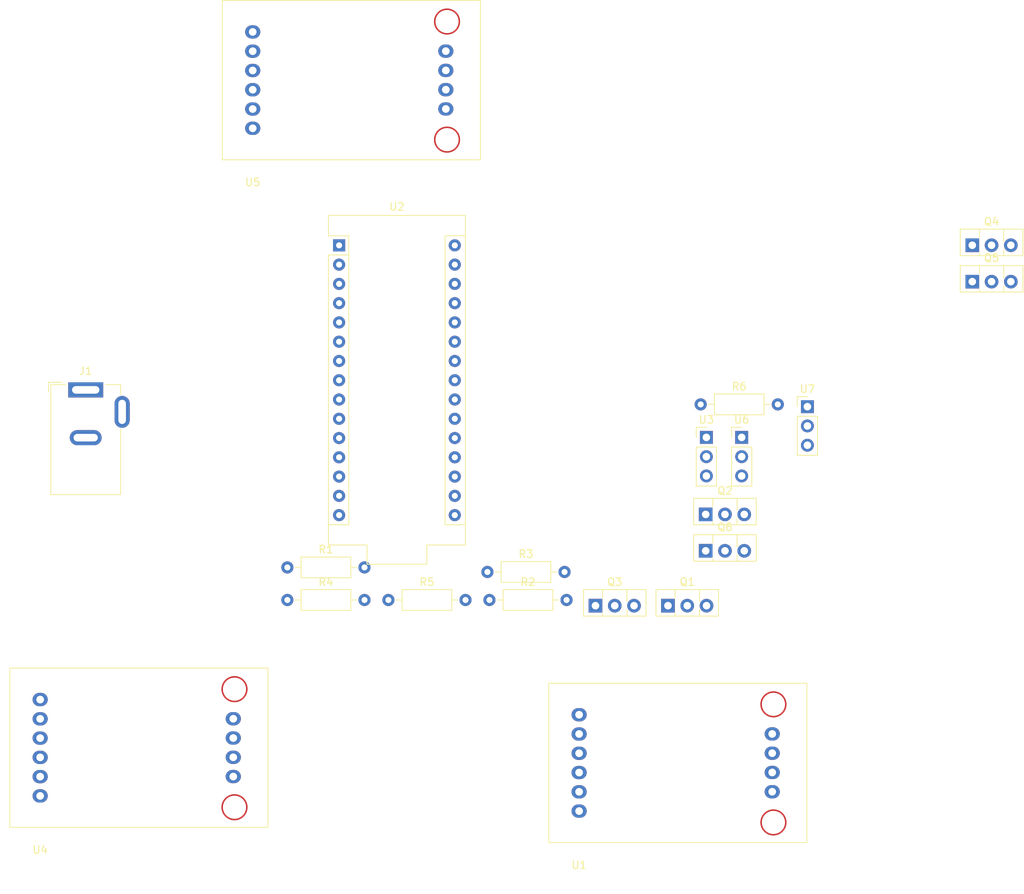
<source format=kicad_pcb>
(kicad_pcb (version 20211014) (generator pcbnew)
  (title_block (date "jeu. 02 avril 2015"))
  (layers (0 "F.Cu" signal) (31 "B.Cu" signal) (34 "B.Paste" user) (35 "F.Paste" user) (36 "B.SilkS" user "B.Silkscreen") (37 "F.SilkS" user "F.Silkscreen") (38 "B.Mask" user) (39 "F.Mask" user) (44 "Edge.Cuts" user))
  (net 0 "")
  (net 29 "Net-(R1-Pad1)")
  (net 30 "Net-(R1-Pad2)")
  (net 31 "Net-(R2-Pad1)")
  (net 52 "Net-(U2-Pad5)")
  (net 53 "Net-(U5-Pad)_1")
  (net 54 "Net-(U1-Pad)_3")
  (net 55 "Net-(R3-Pad1)")
  (net 56 "Net-(R3-Pad2)")
  (net 57 "Net-(R4-Pad1)")
  (net 58 "Net-(R5-Pad1)")
  (net 59 "Net-(R5-Pad2)")
  (net 60 "Net-(R6-Pad1)")
  (net 61 "Net-(U2-Pad6)")
  (net 62 "Net-(U2-Pad9)")
  (net 63 "Net-(U2-Pad16)")
  (net 66 "Net-(U1-Pad)_4")
  (net 67 "Net-(U1-Pad)_5")
  (footprint "ATWCane-sensor-stuff:HX711board" (layer "F.Cu") (at 101 40.14)
    (fp_text reference "U5" (at 0 -0.5 unlocked) (layer "F.SilkS"))
    (fp_text value "HX711-board")
    (fp_circle (center 25.6 -6.125) (end 27.225 -6.125) (layer "F.Cu") (width 0.2) (fill none))
    (fp_circle (center 25.6 -21.69) (end 27.225 -21.69) (layer "F.Cu") (width 0.2) (fill none))
    (fp_rect (start -4 -24.47) (end 30 -3.47) (layer "F.SilkS") (width 0.12) (fill none))
    (pad "1" thru_hole oval (at 0 -20.32) (size 2 1.75) (drill 1.016) (layers *.Cu *.Mask))
    (pad "2" thru_hole oval (at 0 -17.78) (size 2 1.75) (drill 1.016) (layers *.Cu *.Mask))
    (pad "3" thru_hole oval (at 0 -15.24) (size 2 1.75) (drill 1.016) (layers *.Cu *.Mask))
    (pad "4" thru_hole oval (at 0 -12.7) (size 2 1.75) (drill 1.016) (layers *.Cu *.Mask))
    (pad "5" thru_hole oval (at 0 -10.16) (size 2 1.75) (drill 1.016) (layers *.Cu *.Mask))
    (pad "6" thru_hole oval (at 0 -7.62) (size 2 1.75) (drill 1.016) (layers *.Cu *.Mask))
    (pad "7" thru_hole oval (at 25.44 -17.79 90) (size 1.75 2) (drill 1.016) (layers *.Cu *.Mask))
    (pad "8" thru_hole oval (at 25.44 -15.25 90) (size 1.75 2) (drill 1.016) (layers *.Cu *.Mask))
    (pad "9" thru_hole oval (at 25.44 -12.71 90) (size 1.75 2) (drill 1.016) (layers *.Cu *.Mask))
    (pad "10" thru_hole oval (at 25.44 -10.17) (size 2 1.75) (drill 1.016) (layers *.Cu *.Mask))
  )
  (footprint "Package_TO_SOT_THT:TO-126-3_Vertical" (layer "F.Cu") (at 195.795 47.935)
    (fp_text reference "Q4" (at 2.54 -3.12) (layer "F.SilkS"))
    (fp_text value "BD140")
    (fp_line (start 6.66 -2.12) (end 6.66 1.37) (layer "F.SilkS") (width 0.12))
    (fp_line (start 0.94 -2.12) (end 0.94 -1.05) (layer "F.SilkS") (width 0.12))
    (fp_line (start 0.94 1.05) (end 0.94 1.37) (layer "F.SilkS") (width 0.12))
    (fp_line (start -1.58 1.37) (end 6.66 1.37) (layer "F.SilkS") (width 0.12))
    (fp_line (start 4.141 -2.12) (end 4.141 -0.54) (layer "F.SilkS") (width 0.12))
    (fp_line (start -1.58 -2.12) (end 6.66 -2.12) (layer "F.SilkS") (width 0.12))
    (fp_line (start -1.58 -2.12) (end -1.58 1.37) (layer "F.SilkS") (width 0.12))
    (fp_line (start 4.141 0.54) (end 4.141 1.37) (layer "F.SilkS") (width 0.12))
    (pad "1" thru_hole rect locked (at 0 0) (size 1.8 1.8) (drill 1) (layers *.Cu *.Mask))
    (pad "2" thru_hole oval locked (at 2.54 0) (size 1.8 1.8) (drill 1) (layers *.Cu *.Mask))
    (pad "3" thru_hole oval locked (at 5.08 0) (size 1.8 1.8) (drill 1) (layers *.Cu *.Mask))
  )
  (footprint "Connector_PinHeader_2.54mm:PinHeader_1x03_P2.54mm_Vertical" (layer "F.Cu") (at 174.075 69.215)
    (fp_text reference "U7" (at 0 -2.33) (layer "F.SilkS"))
    (fp_text value "Weight_Sens")
    (fp_line (start -1.33 1.27) (end 1.33 1.27) (layer "F.SilkS") (width 0.12))
    (fp_line (start -1.33 0) (end -1.33 -1.33) (layer "F.SilkS") (width 0.12))
    (fp_line (start -1.33 1.27) (end -1.33 6.41) (layer "F.SilkS") (width 0.12))
    (fp_line (start 1.33 1.27) (end 1.33 6.41) (layer "F.SilkS") (width 0.12))
    (fp_line (start -1.33 6.41) (end 1.33 6.41) (layer "F.SilkS") (width 0.12))
    (fp_line (start -1.33 -1.33) (end 0 -1.33) (layer "F.SilkS") (width 0.12))
    (pad "1" thru_hole rect locked (at 0 0) (size 1.7 1.7) (drill 1) (layers *.Cu *.Mask) (net 53 "Net-(U5-Pad)_1"))
    (pad "2" thru_hole oval locked (at 0 2.54) (size 1.7 1.7) (drill 1) (layers *.Cu *.Mask) (net 58 "Net-(R5-Pad1)"))
    (pad "3" thru_hole oval locked (at 0 5.08) (size 1.7 1.7) (drill 1) (layers *.Cu *.Mask) (net 60 "Net-(R6-Pad1)"))
  )
  (footprint "Resistor_THT:R_Axial_DIN0207_L6.3mm_D2.5mm_P10.16mm_Horizontal" (layer "F.Cu") (at 160.015 68.915)
    (fp_text reference "R6" (at 5.08 -2.37) (layer "F.SilkS"))
    (fp_text value "1kΩ")
    (fp_line (start 1.04 0) (end 1.81 0) (layer "F.SilkS") (width 0.12))
    (fp_line (start 8.35 1.37) (end 8.35 -1.37) (layer "F.SilkS") (width 0.12))
    (fp_line (start 1.81 -1.37) (end 1.81 1.37) (layer "F.SilkS") (width 0.12))
    (fp_line (start 8.35 -1.37) (end 1.81 -1.37) (layer "F.SilkS") (width 0.12))
    (fp_line (start 9.12 0) (end 8.35 0) (layer "F.SilkS") (width 0.12))
    (fp_line (start 1.81 1.37) (end 8.35 1.37) (layer "F.SilkS") (width 0.12))
    (pad "1" thru_hole circle locked (at 0 0) (size 1.6 1.6) (drill 0.8) (layers *.Cu *.Mask) (net 60 "Net-(R6-Pad1)"))
    (pad "2" thru_hole oval locked (at 10.16 0) (size 1.6 1.6) (drill 0.8) (layers *.Cu *.Mask) (net 59 "Net-(R5-Pad2)"))
  )
  (footprint "Package_TO_SOT_THT:TO-126-3_Vertical" (layer "F.Cu") (at 195.795 52.735)
    (fp_text reference "Q5" (at 2.54 -3.12) (layer "F.SilkS"))
    (fp_text value "BD140")
    (fp_line (start 0.94 1.05) (end 0.94 1.37) (layer "F.SilkS") (width 0.12))
    (fp_line (start -1.58 -2.12) (end 6.66 -2.12) (layer "F.SilkS") (width 0.12))
    (fp_line (start 0.94 -2.12) (end 0.94 -1.05) (layer "F.SilkS") (width 0.12))
    (fp_line (start -1.58 -2.12) (end -1.58 1.37) (layer "F.SilkS") (width 0.12))
    (fp_line (start 4.141 0.54) (end 4.141 1.37) (layer "F.SilkS") (width 0.12))
    (fp_line (start 6.66 -2.12) (end 6.66 1.37) (layer "F.SilkS") (width 0.12))
    (fp_line (start 4.141 -2.12) (end 4.141 -0.54) (layer "F.SilkS") (width 0.12))
    (fp_line (start -1.58 1.37) (end 6.66 1.37) (layer "F.SilkS") (width 0.12))
    (pad "1" thru_hole rect locked (at 0 0) (size 1.8 1.8) (drill 1) (layers *.Cu *.Mask))
    (pad "2" thru_hole oval locked (at 2.54 0) (size 1.8 1.8) (drill 1) (layers *.Cu *.Mask))
    (pad "3" thru_hole oval locked (at 5.08 0) (size 1.8 1.8) (drill 1) (layers *.Cu *.Mask))
  )
  (footprint "Package_TO_SOT_THT:TO-126-3_Vertical" (layer "F.Cu") (at 160.675 83.415)
    (fp_text reference "Q2" (at 2.54 -3.12) (layer "F.SilkS"))
    (fp_text value "BD140")
    (fp_line (start 6.66 -2.12) (end 6.66 1.37) (layer "F.SilkS") (width 0.12))
    (fp_line (start -1.58 -2.12) (end -1.58 1.37) (layer "F.SilkS") (width 0.12))
    (fp_line (start 0.94 1.05) (end 0.94 1.37) (layer "F.SilkS") (width 0.12))
    (fp_line (start -1.58 -2.12) (end 6.66 -2.12) (layer "F.SilkS") (width 0.12))
    (fp_line (start 4.141 -2.12) (end 4.141 -0.54) (layer "F.SilkS") (width 0.12))
    (fp_line (start -1.58 1.37) (end 6.66 1.37) (layer "F.SilkS") (width 0.12))
    (fp_line (start 0.94 -2.12) (end 0.94 -1.05) (layer "F.SilkS") (width 0.12))
    (fp_line (start 4.141 0.54) (end 4.141 1.37) (layer "F.SilkS") (width 0.12))
    (pad "1" thru_hole rect locked (at 0 0) (size 1.8 1.8) (drill 1) (layers *.Cu *.Mask))
    (pad "2" thru_hole oval locked (at 2.54 0) (size 1.8 1.8) (drill 1) (layers *.Cu *.Mask))
    (pad "3" thru_hole oval locked (at 5.08 0) (size 1.8 1.8) (drill 1) (layers *.Cu *.Mask))
  )
  (footprint "Package_TO_SOT_THT:TO-126-3_Vertical" (layer "F.Cu") (at 146.155 95.445)
    (fp_text reference "Q3" (at 2.54 -3.12) (layer "F.SilkS"))
    (fp_text value "BD140")
    (fp_line (start 4.141 -2.12) (end 4.141 -0.54) (layer "F.SilkS") (width 0.12))
    (fp_line (start -1.58 -2.12) (end -1.58 1.37) (layer "F.SilkS") (width 0.12))
    (fp_line (start -1.58 -2.12) (end 6.66 -2.12) (layer "F.SilkS") (width 0.12))
    (fp_line (start 0.94 1.05) (end 0.94 1.37) (layer "F.SilkS") (width 0.12))
    (fp_line (start 4.141 0.54) (end 4.141 1.37) (layer "F.SilkS") (width 0.12))
    (fp_line (start -1.58 1.37) (end 6.66 1.37) (layer "F.SilkS") (width 0.12))
    (fp_line (start 6.66 -2.12) (end 6.66 1.37) (layer "F.SilkS") (width 0.12))
    (fp_line (start 0.94 -2.12) (end 0.94 -1.05) (layer "F.SilkS") (width 0.12))
    (pad "1" thru_hole rect locked (at 0 0) (size 1.8 1.8) (drill 1) (layers *.Cu *.Mask))
    (pad "2" thru_hole oval locked (at 2.54 0) (size 1.8 1.8) (drill 1) (layers *.Cu *.Mask))
    (pad "3" thru_hole oval locked (at 5.08 0) (size 1.8 1.8) (drill 1) (layers *.Cu *.Mask))
  )
  (footprint "Resistor_THT:R_Axial_DIN0207_L6.3mm_D2.5mm_P10.16mm_Horizontal" (layer "F.Cu") (at 132.185 94.695)
    (fp_text reference "R2" (at 5.08 -2.37) (layer "F.SilkS"))
    (fp_text value "1kΩ")
    (fp_line (start 1.81 1.37) (end 8.35 1.37) (layer "F.SilkS") (width 0.12))
    (fp_line (start 1.81 -1.37) (end 1.81 1.37) (layer "F.SilkS") (width 0.12))
    (fp_line (start 8.35 1.37) (end 8.35 -1.37) (layer "F.SilkS") (width 0.12))
    (fp_line (start 9.12 0) (end 8.35 0) (layer "F.SilkS") (width 0.12))
    (fp_line (start 8.35 -1.37) (end 1.81 -1.37) (layer "F.SilkS") (width 0.12))
    (fp_line (start 1.04 0) (end 1.81 0) (layer "F.SilkS") (width 0.12))
    (pad "1" thru_hole circle locked (at 0 0) (size 1.6 1.6) (drill 0.8) (layers *.Cu *.Mask) (net 31 "Net-(R2-Pad1)"))
    (pad "2" thru_hole oval locked (at 10.16 0) (size 1.6 1.6) (drill 0.8) (layers *.Cu *.Mask) (net 30 "Net-(R1-Pad2)"))
  )
  (footprint "Resistor_THT:R_Axial_DIN0207_L6.3mm_D2.5mm_P10.16mm_Horizontal" (layer "F.Cu") (at 118.875 94.695)
    (fp_text reference "R5" (at 5.08 -2.37) (layer "F.SilkS"))
    (fp_text value "1kΩ")
    (fp_line (start 1.81 1.37) (end 8.35 1.37) (layer "F.SilkS") (width 0.12))
    (fp_line (start 1.81 -1.37) (end 1.81 1.37) (layer "F.SilkS") (width 0.12))
    (fp_line (start 9.12 0) (end 8.35 0) (layer "F.SilkS") (width 0.12))
    (fp_line (start 1.04 0) (end 1.81 0) (layer "F.SilkS") (width 0.12))
    (fp_line (start 8.35 -1.37) (end 1.81 -1.37) (layer "F.SilkS") (width 0.12))
    (fp_line (start 8.35 1.37) (end 8.35 -1.37) (layer "F.SilkS") (width 0.12))
    (pad "1" thru_hole circle locked (at 0 0) (size 1.6 1.6) (drill 0.8) (layers *.Cu *.Mask) (net 58 "Net-(R5-Pad1)"))
    (pad "2" thru_hole oval locked (at 10.16 0) (size 1.6 1.6) (drill 0.8) (layers *.Cu *.Mask) (net 59 "Net-(R5-Pad2)"))
  )
  (footprint "Package_TO_SOT_THT:TO-126-3_Vertical" (layer "F.Cu") (at 155.705 95.445)
    (fp_text reference "Q1" (at 2.54 -3.12) (layer "F.SilkS"))
    (fp_text value "BD140")
    (fp_line (start 0.94 -2.12) (end 0.94 -1.05) (layer "F.SilkS") (width 0.12))
    (fp_line (start 4.141 -2.12) (end 4.141 -0.54) (layer "F.SilkS") (width 0.12))
    (fp_line (start 0.94 1.05) (end 0.94 1.37) (layer "F.SilkS") (width 0.12))
    (fp_line (start 6.66 -2.12) (end 6.66 1.37) (layer "F.SilkS") (width 0.12))
    (fp_line (start 4.141 0.54) (end 4.141 1.37) (layer "F.SilkS") (width 0.12))
    (fp_line (start -1.58 -2.12) (end 6.66 -2.12) (layer "F.SilkS") (width 0.12))
    (fp_line (start -1.58 1.37) (end 6.66 1.37) (layer "F.SilkS") (width 0.12))
    (fp_line (start -1.58 -2.12) (end -1.58 1.37) (layer "F.SilkS") (width 0.12))
    (pad "1" thru_hole rect locked (at 0 0) (size 1.8 1.8) (drill 1) (layers *.Cu *.Mask))
    (pad "2" thru_hole oval locked (at 2.54 0) (size 1.8 1.8) (drill 1) (layers *.Cu *.Mask))
    (pad "3" thru_hole oval locked (at 5.08 0) (size 1.8 1.8) (drill 1) (layers *.Cu *.Mask))
  )
  (footprint "Resistor_THT:R_Axial_DIN0207_L6.3mm_D2.5mm_P10.16mm_Horizontal" (layer "F.Cu") (at 105.565 90.405)
    (fp_text reference "R1" (at 5.08 -2.37) (layer "F.SilkS"))
    (fp_text value "1kΩ")
    (fp_line (start 8.35 1.37) (end 8.35 -1.37) (layer "F.SilkS") (width 0.12))
    (fp_line (start 1.04 0) (end 1.81 0) (layer "F.SilkS") (width 0.12))
    (fp_line (start 1.81 1.37) (end 8.35 1.37) (layer "F.SilkS") (width 0.12))
    (fp_line (start 1.81 -1.37) (end 1.81 1.37) (layer "F.SilkS") (width 0.12))
    (fp_line (start 9.12 0) (end 8.35 0) (layer "F.SilkS") (width 0.12))
    (fp_line (start 8.35 -1.37) (end 1.81 -1.37) (layer "F.SilkS") (width 0.12))
    (pad "1" thru_hole circle locked (at 0 0) (size 1.6 1.6) (drill 0.8) (layers *.Cu *.Mask) (net 29 "Net-(R1-Pad1)"))
    (pad "2" thru_hole oval locked (at 10.16 0) (size 1.6 1.6) (drill 0.8) (layers *.Cu *.Mask) (net 30 "Net-(R1-Pad2)"))
  )
  (footprint "Connector_PinHeader_2.54mm:PinHeader_1x03_P2.54mm_Vertical" (layer "F.Cu") (at 160.765 73.265)
    (fp_text reference "U3" (at 0 -2.33) (layer "F.SilkS"))
    (fp_text value "Weight_Sens")
    (fp_line (start -1.33 -1.33) (end 0 -1.33) (layer "F.SilkS") (width 0.12))
    (fp_line (start -1.33 1.27) (end 1.33 1.27) (layer "F.SilkS") (width 0.12))
    (fp_line (start -1.33 0) (end -1.33 -1.33) (layer "F.SilkS") (width 0.12))
    (fp_line (start 1.33 1.27) (end 1.33 6.41) (layer "F.SilkS") (width 0.12))
    (fp_line (start -1.33 6.41) (end 1.33 6.41) (layer "F.SilkS") (width 0.12))
    (fp_line (start -1.33 1.27) (end -1.33 6.41) (layer "F.SilkS") (width 0.12))
    (pad "1" thru_hole rect locked (at 0 0) (size 1.7 1.7) (drill 1) (layers *.Cu *.Mask))
    (pad "2" thru_hole oval locked (at 0 2.54) (size 1.7 1.7) (drill 1) (layers *.Cu *.Mask) (net 31 "Net-(R2-Pad1)"))
    (pad "3" thru_hole oval locked (at 0 5.08) (size 1.7 1.7) (drill 1) (layers *.Cu *.Mask) (net 29 "Net-(R1-Pad1)"))
  )
  (footprint "Connector_PinHeader_2.54mm:PinHeader_1x03_P2.54mm_Vertical" (layer "F.Cu") (at 165.415 73.265)
    (fp_text reference "U6" (at 0 -2.33) (layer "F.SilkS"))
    (fp_text value "Weight_Sens")
    (fp_line (start 1.33 1.27) (end 1.33 6.41) (layer "F.SilkS") (width 0.12))
    (fp_line (start -1.33 -1.33) (end 0 -1.33) (layer "F.SilkS") (width 0.12))
    (fp_line (start -1.33 6.41) (end 1.33 6.41) (layer "F.SilkS") (width 0.12))
    (fp_line (start -1.33 0) (end -1.33 -1.33) (layer "F.SilkS") (width 0.12))
    (fp_line (start -1.33 1.27) (end -1.33 6.41) (layer "F.SilkS") (width 0.12))
    (fp_line (start -1.33 1.27) (end 1.33 1.27) (layer "F.SilkS") (width 0.12))
    (pad "1" thru_hole rect locked (at 0 0) (size 1.7 1.7) (drill 1) (layers *.Cu *.Mask) (net 67 "Net-(U1-Pad)_5"))
    (pad "2" thru_hole oval locked (at 0 2.54) (size 1.7 1.7) (drill 1) (layers *.Cu *.Mask) (net 57 "Net-(R4-Pad1)"))
    (pad "3" thru_hole oval locked (at 0 5.08) (size 1.7 1.7) (drill 1) (layers *.Cu *.Mask) (net 55 "Net-(R3-Pad1)"))
  )
  (footprint "ATWCane-sensor-stuff:HX711board" (layer "F.Cu") (at 144 130.14)
    (fp_text reference "U1" (at 0 -0.5 unlocked) (layer "F.SilkS"))
    (fp_text value "HX711-board")
    (fp_circle (center 25.6 -6.125) (end 27.225 -6.125) (layer "F.Cu") (width 0.2) (fill none))
    (fp_circle (center 25.6 -21.69) (end 27.225 -21.69) (layer "F.Cu") (width 0.2) (fill none))
    (fp_rect (start -4 -24.47) (end 30 -3.47) (layer "F.SilkS") (width 0.12) (fill none))
    (pad "1" thru_hole oval (at 0 -20.32) (size 2 1.75) (drill 1.016) (layers *.Cu *.Mask))
    (pad "2" thru_hole oval (at 0 -17.78) (size 2 1.75) (drill 1.016) (layers *.Cu *.Mask))
    (pad "3" thru_hole oval (at 0 -15.24) (size 2 1.75) (drill 1.016) (layers *.Cu *.Mask))
    (pad "4" thru_hole oval (at 0 -12.7) (size 2 1.75) (drill 1.016) (layers *.Cu *.Mask))
    (pad "5" thru_hole oval (at 0 -10.16) (size 2 1.75) (drill 1.016) (layers *.Cu *.Mask))
    (pad "6" thru_hole oval (at 0 -7.62) (size 2 1.75) (drill 1.016) (layers *.Cu *.Mask))
    (pad "7" thru_hole oval (at 25.44 -17.79 90) (size 1.75 2) (drill 1.016) (layers *.Cu *.Mask))
    (pad "8" thru_hole oval (at 25.44 -15.25 90) (size 1.75 2) (drill 1.016) (layers *.Cu *.Mask))
    (pad "9" thru_hole oval (at 25.44 -12.71 90) (size 1.75 2) (drill 1.016) (layers *.Cu *.Mask))
    (pad "10" thru_hole oval (at 25.44 -10.17) (size 2 1.75) (drill 1.016) (layers *.Cu *.Mask))
  )
  (footprint "Resistor_THT:R_Axial_DIN0207_L6.3mm_D2.5mm_P10.16mm_Horizontal" (layer "F.Cu") (at 131.92 91)
    (fp_text reference "R3" (at 5.08 -2.37) (layer "F.SilkS"))
    (fp_text value "1kΩ")
    (fp_line (start 1.04 0) (end 1.81 0) (layer "F.SilkS") (width 0.12))
    (fp_line (start 8.35 -1.37) (end 1.81 -1.37) (layer "F.SilkS") (width 0.12))
    (fp_line (start 1.81 -1.37) (end 1.81 1.37) (layer "F.SilkS") (width 0.12))
    (fp_line (start 1.81 1.37) (end 8.35 1.37) (layer "F.SilkS") (width 0.12))
    (fp_line (start 8.35 1.37) (end 8.35 -1.37) (layer "F.SilkS") (width 0.12))
    (fp_line (start 9.12 0) (end 8.35 0) (layer "F.SilkS") (width 0.12))
    (pad "1" thru_hole circle locked (at 0 0) (size 1.6 1.6) (drill 0.8) (layers *.Cu *.Mask) (net 55 "Net-(R3-Pad1)"))
    (pad "2" thru_hole oval locked (at 10.16 0) (size 1.6 1.6) (drill 0.8) (layers *.Cu *.Mask) (net 56 "Net-(R3-Pad2)"))
  )
  (footprint "Connector_BarrelJack:BarrelJack_GCT_DCJ200-10-A_Horizontal" (layer "F.Cu") (at 79 67)
    (fp_text reference "J1" (at 0 -2.5) (layer "F.SilkS"))
    (fp_text value "Jack-DC")
    (fp_line (start 4.6 5.2) (end 4.6 13.8) (layer "F.SilkS") (width 0.12))
    (fp_line (start -4.6 13.8) (end -4.6 -0.7) (layer "F.SilkS") (width 0.12))
    (fp_line (start 4.6 -0.7) (end 4.6 0.6) (layer "F.SilkS") (width 0.12))
    (fp_line (start -4.6 -0.7) (end -2.6 -0.7) (layer "F.SilkS") (width 0.12))
    (fp_line (start -3.2 -1) (end -4.9 -1) (layer "F.SilkS") (width 0.12))
    (fp_line (start -4.9 -1) (end -4.9 0.3) (layer "F.SilkS") (width 0.12))
    (fp_line (start 2.6 -0.7) (end 4.6 -0.7) (layer "F.SilkS") (width 0.12))
    (fp_line (start 4.6 13.8) (end -4.6 13.8) (layer "F.SilkS") (width 0.12))
    (pad "1" thru_hole rect locked (at 0 0) (size 4.6 2) (drill oval 3.6 1) (layers *.Cu *.Mask))
    (pad "2" thru_hole oval locked (at 0 6.3) (size 4.2 2) (drill oval 3.2 1) (layers *.Cu *.Mask))
    (pad "3" thru_hole oval locked (at 4.8 2.9) (size 2 4.2) (drill oval 1 3.2) (layers *.Cu *.Mask))
  )
  (footprint "Package_TO_SOT_THT:TO-126-3_Vertical" (layer "F.Cu") (at 160.675 88.215)
    (fp_text reference "Q6" (at 2.54 -3.12) (layer "F.SilkS"))
    (fp_text value "BD140")
    (fp_line (start 4.141 -2.12) (end 4.141 -0.54) (layer "F.SilkS") (width 0.12))
    (fp_line (start -1.58 -2.12) (end -1.58 1.37) (layer "F.SilkS") (width 0.12))
    (fp_line (start 0.94 -2.12) (end 0.94 -1.05) (layer "F.SilkS") (width 0.12))
    (fp_line (start 4.141 0.54) (end 4.141 1.37) (layer "F.SilkS") (width 0.12))
    (fp_line (start 0.94 1.05) (end 0.94 1.37) (layer "F.SilkS") (width 0.12))
    (fp_line (start 6.66 -2.12) (end 6.66 1.37) (layer "F.SilkS") (width 0.12))
    (fp_line (start -1.58 1.37) (end 6.66 1.37) (layer "F.SilkS") (width 0.12))
    (fp_line (start -1.58 -2.12) (end 6.66 -2.12) (layer "F.SilkS") (width 0.12))
    (pad "1" thru_hole rect locked (at 0 0) (size 1.8 1.8) (drill 1) (layers *.Cu *.Mask))
    (pad "2" thru_hole oval locked (at 2.54 0) (size 1.8 1.8) (drill 1) (layers *.Cu *.Mask))
    (pad "3" thru_hole oval locked (at 5.08 0) (size 1.8 1.8) (drill 1) (layers *.Cu *.Mask))
  )
  (footprint "ATWCane-sensor-stuff:HX711board" (layer "F.Cu") (at 73 128.14)
    (fp_text reference "U4" (at 0 -0.5 unlocked) (layer "F.SilkS"))
    (fp_text value "HX711-board")
    (fp_circle (center 25.6 -6.125) (end 27.225 -6.125) (layer "F.Cu") (width 0.2) (fill none))
    (fp_circle (center 25.6 -21.69) (end 27.225 -21.69) (layer "F.Cu") (width 0.2) (fill none))
    (fp_rect (start -4 -24.47) (end 30 -3.47) (layer "F.SilkS") (width 0.12) (fill none))
    (pad "1" thru_hole oval (at 0 -20.32) (size 2 1.75) (drill 1.016) (layers *.Cu *.Mask) (net 29 "Net-(R1-Pad1)"))
    (pad "2" thru_hole oval (at 0 -17.78) (size 2 1.75) (drill 1.016) (layers *.Cu *.Mask) (net 31 "Net-(R2-Pad1)"))
    (pad "3" thru_hole oval (at 0 -15.24) (size 2 1.75) (drill 1.016) (layers *.Cu *.Mask) (net 30 "Net-(R1-Pad2)"))
    (pad "4" thru_hole oval (at 0 -12.7) (size 2 1.75) (drill 1.016) (layers *.Cu *.Mask))
    (pad "5" thru_hole oval (at 0 -10.16) (size 2 1.75) (drill 1.016) (layers *.Cu *.Mask))
    (pad "6" thru_hole oval (at 0 -7.62) (size 2 1.75) (drill 1.016) (layers *.Cu *.Mask))
    (pad "7" thru_hole oval (at 25.44 -17.79 90) (size 1.75 2) (drill 1.016) (layers *.Cu *.Mask))
    (pad "8" thru_hole oval (at 25.44 -15.25 90) (size 1.75 2) (drill 1.016) (layers *.Cu *.Mask) (net 63 "Net-(U2-Pad16)"))
    (pad "9" thru_hole oval (at 25.44 -12.71 90) (size 1.75 2) (drill 1.016) (layers *.Cu *.Mask) (net 62 "Net-(U2-Pad9)"))
    (pad "10" thru_hole oval (at 25.44 -10.17) (size 2 1.75) (drill 1.016) (layers *.Cu *.Mask))
  )
  (footprint "Arduino:Arduino_Nano" (layer "F.Cu") (at 112.38 47.95)
    (fp_text reference "U2" (at 7.62 -5.08) (layer "F.SilkS"))
    (fp_text value "Arduino_Nano")
    (fp_line (start 13.97 -1.27) (end 13.97 36.83) (layer "F.SilkS") (width 0.12))
    (fp_line (start 1.27 36.83) (end -1.4 36.83) (layer "F.SilkS") (width 0.12))
    (fp_line (start 16.637 -3.937) (end -1.397 -3.937) (layer "F.SilkS") (width 0.12))
    (fp_line (start 13.97 36.83) (end 16.64 36.83) (layer "F.SilkS") (width 0.12))
    (fp_line (start 16.637 39.497) (end 16.637 -3.937) (layer "F.SilkS") (width 0.12))
    (fp_line (start 3.683 42.037) (end 11.557 42.037) (layer "F.SilkS") (width 0.12))
    (fp_line (start 1.27 1.27) (end -1.397 1.27) (layer "F.SilkS") (width 0.12))
    (fp_line (start -1.397 -3.937) (end -1.397 -1.27) (layer "F.SilkS") (width 0.12))
    (fp_line (start 1.27 1.27) (end 1.27 36.83) (layer "F.SilkS") (width 0.12))
    (fp_line (start 1.27 -1.27) (end -1.397 -1.27) (layer "F.SilkS") (width 0.12))
    (fp_line (start -1.397 1.27) (end -1.397 39.497) (layer "F.SilkS") (width 0.12))
    (fp_line (start 11.557 42.037) (end 11.557 39.497) (layer "F.SilkS") (width 0.12))
    (fp_line (start -1.397 39.497) (end 3.683 39.497) (layer "F.SilkS") (width 0.12))
    (fp_line (start 1.27 1.27) (end 1.27 -1.27) (layer "F.SilkS") (width 0.12))
    (fp_line (start 3.683 42.037) (end 3.683 39.497) (layer "F.SilkS") (width 0.12))
    (fp_line (start 11.557 39.497) (end 16.637 39.497) (layer "F.SilkS") (width 0.12))
    (fp_line (start 13.97 -1.27) (end 16.64 -1.27) (layer "F.SilkS") (width 0.12))
    (pad "1" thru_hole rect (at 0 0) (size 1.6 1.6) (drill 0.8) (layers *.Cu *.Mask))
    (pad "2" thru_hole oval (at 0 2.54) (size 1.6 1.6) (drill 0.8) (layers *.Cu *.Mask))
    (pad "3" thru_hole oval (at 0 5.08) (size 1.6 1.6) (drill 0.8) (layers *.Cu *.Mask))
    (pad "4" thru_hole oval (at 0 7.62) (size 1.6 1.6) (drill 0.8) (layers *.Cu *.Mask))
    (pad "5" thru_hole oval (at 0 10.16) (size 1.6 1.6) (drill 0.8) (layers *.Cu *.Mask) (net 52 "Net-(U2-Pad5)"))
    (pad "6" thru_hole oval (at 0 12.7) (size 1.6 1.6) (drill 0.8) (layers *.Cu *.Mask) (net 61 "Net-(U2-Pad6)"))
    (pad "7" thru_hole oval (at 0 15.24) (size 1.6 1.6) (drill 0.8) (layers *.Cu *.Mask) (net 66 "Net-(U1-Pad)_4"))
    (pad "8" thru_hole oval (at 0 17.78) (size 1.6 1.6) (drill 0.8) (layers *.Cu *.Mask) (net 54 "Net-(U1-Pad)_3"))
    (pad "9" thru_hole oval (at 0 20.32) (size 1.6 1.6) (drill 0.8) (layers *.Cu *.Mask) (net 62 "Net-(U2-Pad9)"))
    (pad "10" thru_hole oval (at 0 22.86) (size 1.6 1.6) (drill 0.8) (layers *.Cu *.Mask))
    (pad "11" thru_hole oval (at 0 25.4) (size 1.6 1.6) (drill 0.8) (layers *.Cu *.Mask))
    (pad "12" thru_hole oval (at 0 27.94) (size 1.6 1.6) (drill 0.8) (layers *.Cu *.Mask))
    (pad "13" thru_hole oval (at 0 30.48) (size 1.6 1.6) (drill 0.8) (layers *.Cu *.Mask))
    (pad "14" thru_hole oval (at 0 33.02) (size 1.6 1.6) (drill 0.8) (layers *.Cu *.Mask))
    (pad "15" thru_hole oval (at 0 35.56) (size 1.6 1.6) (drill 0.8) (layers *.Cu *.Mask))
    (pad "16" thru_hole oval (at 15.24 35.56) (size 1.6 1.6) (drill 0.8) (layers *.Cu *.Mask) (net 63 "Net-(U2-Pad16)"))
    (pad "17" thru_hole oval (at 15.24 33.02) (size 1.6 1.6) (drill 0.8) (layers *.Cu *.Mask))
    (pad "18" thru_hole oval (at 15.24 30.48) (size 1.6 1.6) (drill 0.8) (layers *.Cu *.Mask))
    (pad "19" thru_hole oval (at 15.24 27.94) (size 1.6 1.6) (drill 0.8) (layers *.Cu *.Mask))
    (pad "20" thru_hole oval (at 15.24 25.4) (size 1.6 1.6) (drill 0.8) (layers *.Cu *.Mask))
    (pad "21" thru_hole oval (at 15.24 22.86) (size 1.6 1.6) (drill 0.8) (layers *.Cu *.Mask))
    (pad "22" thru_hole oval (at 15.24 20.32) (size 1.6 1.6) (drill 0.8) (layers *.Cu *.Mask))
    (pad "23" thru_hole oval (at 15.24 17.78) (size 1.6 1.6) (drill 0.8) (layers *.Cu *.Mask))
    (pad "24" thru_hole oval (at 15.24 15.24) (size 1.6 1.6) (drill 0.8) (layers *.Cu *.Mask))
    (pad "25" thru_hole oval (at 15.24 12.7) (size 1.6 1.6) (drill 0.8) (layers *.Cu *.Mask))
    (pad "26" thru_hole oval (at 15.24 10.16) (size 1.6 1.6) (drill 0.8) (layers *.Cu *.Mask))
    (pad "27" thru_hole oval (at 15.24 7.62) (size 1.6 1.6) (drill 0.8) (layers *.Cu *.Mask))
    (pad "28" thru_hole oval (at 15.24 5.08) (size 1.6 1.6) (drill 0.8) (layers *.Cu *.Mask))
    (pad "29" thru_hole oval (at 15.24 2.54) (size 1.6 1.6) (drill 0.8) (layers *.Cu *.Mask))
    (pad "30" thru_hole oval (at 15.24 0) (size 1.6 1.6) (drill 0.8) (layers *.Cu *.Mask))
  )
  (footprint "Resistor_THT:R_Axial_DIN0207_L6.3mm_D2.5mm_P10.16mm_Horizontal" (layer "F.Cu") (at 105.565 94.695)
    (fp_text reference "R4" (at 5.08 -2.37) (layer "F.SilkS"))
    (fp_text value "1kΩ")
    (fp_line (start 1.04 0) (end 1.81 0) (layer "F.SilkS") (width 0.12))
    (fp_line (start 8.35 1.37) (end 8.35 -1.37) (layer "F.SilkS") (width 0.12))
    (fp_line (start 9.12 0) (end 8.35 0) (layer "F.SilkS") (width 0.12))
    (fp_line (start 1.81 1.37) (end 8.35 1.37) (layer "F.SilkS") (width 0.12))
    (fp_line (start 8.35 -1.37) (end 1.81 -1.37) (layer "F.SilkS") (width 0.12))
    (fp_line (start 1.81 -1.37) (end 1.81 1.37) (layer "F.SilkS") (width 0.12))
    (pad "1" thru_hole circle locked (at 0 0) (size 1.6 1.6) (drill 0.8) (layers *.Cu *.Mask) (net 57 "Net-(R4-Pad1)"))
    (pad "2" thru_hole oval locked (at 10.16 0) (size 1.6 1.6) (drill 0.8) (layers *.Cu *.Mask) (net 56 "Net-(R3-Pad2)"))
  )
)
</source>
